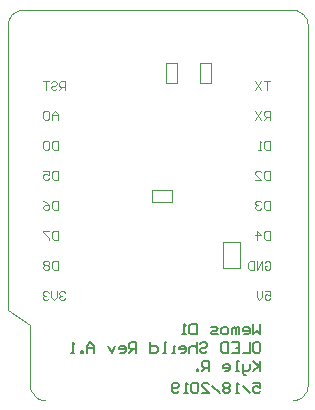
<source format=gbo>
G04*
G04 #@! TF.GenerationSoftware,Altium Limited,Altium Designer,18.1.9 (240)*
G04*
G04 Layer_Color=32896*
%FSLAX25Y25*%
%MOIN*%
G70*
G01*
G75*
%ADD12C,0.00787*%
%ADD14C,0.00446*%
%ADD15C,0.00408*%
%ADD16C,0.00100*%
%ADD17C,0.00394*%
D12*
X462213Y252931D02*
Y249389D01*
X461032Y250570D01*
X459851Y249389D01*
Y252931D01*
X456899Y249389D02*
X458080D01*
X458670Y249979D01*
Y251160D01*
X458080Y251751D01*
X456899D01*
X456309Y251160D01*
Y250570D01*
X458670D01*
X455128Y249389D02*
Y251751D01*
X454538D01*
X453948Y251160D01*
Y249389D01*
Y251160D01*
X453357Y251751D01*
X452767Y251160D01*
Y249389D01*
X450996D02*
X449815D01*
X449225Y249979D01*
Y251160D01*
X449815Y251751D01*
X450996D01*
X451586Y251160D01*
Y249979D01*
X450996Y249389D01*
X448044D02*
X446273D01*
X445682Y249979D01*
X446273Y250570D01*
X447454D01*
X448044Y251160D01*
X447454Y251751D01*
X445682D01*
X440960Y252931D02*
Y249389D01*
X439189D01*
X438598Y249979D01*
Y252341D01*
X439189Y252931D01*
X440960D01*
X437418Y249389D02*
X436237D01*
X436827D01*
Y252931D01*
X437418Y252341D01*
X460441Y246791D02*
X461622D01*
X462213Y246201D01*
Y243839D01*
X461622Y243249D01*
X460441D01*
X459851Y243839D01*
Y246201D01*
X460441Y246791D01*
X458670D02*
Y243249D01*
X456309D01*
X452767Y246791D02*
X455128D01*
Y243249D01*
X452767D01*
X455128Y245020D02*
X453948D01*
X451586Y246791D02*
Y243249D01*
X449815D01*
X449225Y243839D01*
Y246201D01*
X449815Y246791D01*
X451586D01*
X442140Y246201D02*
X442731Y246791D01*
X443911D01*
X444502Y246201D01*
Y245610D01*
X443911Y245020D01*
X442731D01*
X442140Y244429D01*
Y243839D01*
X442731Y243249D01*
X443911D01*
X444502Y243839D01*
X440960Y246791D02*
Y243249D01*
Y245020D01*
X440369Y245610D01*
X439189D01*
X438598Y245020D01*
Y243249D01*
X435646D02*
X436827D01*
X437418Y243839D01*
Y245020D01*
X436827Y245610D01*
X435646D01*
X435056Y245020D01*
Y244429D01*
X437418D01*
X433875Y243249D02*
X432695D01*
X433285D01*
Y245610D01*
X433875D01*
X430924Y243249D02*
X429743D01*
X430333D01*
Y246791D01*
X430924D01*
X425610D02*
Y243249D01*
X427381D01*
X427972Y243839D01*
Y245020D01*
X427381Y245610D01*
X425610D01*
X420887Y243249D02*
Y246791D01*
X419116D01*
X418526Y246201D01*
Y245020D01*
X419116Y244429D01*
X420887D01*
X419707D02*
X418526Y243249D01*
X415574D02*
X416755D01*
X417345Y243839D01*
Y245020D01*
X416755Y245610D01*
X415574D01*
X414984Y245020D01*
Y244429D01*
X417345D01*
X413803Y245610D02*
X412622Y243249D01*
X411442Y245610D01*
X406719Y243249D02*
Y245610D01*
X405538Y246791D01*
X404357Y245610D01*
Y243249D01*
Y245020D01*
X406719D01*
X403177Y243249D02*
Y243839D01*
X402586D01*
Y243249D01*
X403177D01*
X400225D02*
X399044D01*
X399634D01*
Y246791D01*
X400225Y246201D01*
X462213Y240651D02*
Y237108D01*
Y238289D01*
X459851Y240651D01*
X461622Y238880D01*
X459851Y237108D01*
X458670Y239470D02*
Y237699D01*
X458080Y237108D01*
X456309D01*
Y236518D01*
X456899Y235928D01*
X457490D01*
X456309Y237108D02*
Y239470D01*
X455128Y237108D02*
X453948D01*
X454538D01*
Y240651D01*
X455128D01*
X450405Y237108D02*
X451586D01*
X452177Y237699D01*
Y238880D01*
X451586Y239470D01*
X450405D01*
X449815Y238880D01*
Y238289D01*
X452177D01*
X445092Y237108D02*
Y240651D01*
X443321D01*
X442731Y240060D01*
Y238880D01*
X443321Y238289D01*
X445092D01*
X443911D02*
X442731Y237108D01*
X441550D02*
Y237699D01*
X440960D01*
Y237108D01*
X441550D01*
X459851Y233330D02*
X462213D01*
Y231558D01*
X461032Y232149D01*
X460441D01*
X459851Y231558D01*
Y230378D01*
X460441Y229787D01*
X461622D01*
X462213Y230378D01*
X458670Y229787D02*
X456309Y232149D01*
X455128Y229787D02*
X453948D01*
X454538D01*
Y233330D01*
X455128Y232739D01*
X452177D02*
X451586Y233330D01*
X450405D01*
X449815Y232739D01*
Y232149D01*
X450405Y231558D01*
X449815Y230968D01*
Y230378D01*
X450405Y229787D01*
X451586D01*
X452177Y230378D01*
Y230968D01*
X451586Y231558D01*
X452177Y232149D01*
Y232739D01*
X451586Y231558D02*
X450405D01*
X448634Y229787D02*
X446273Y232149D01*
X442731Y229787D02*
X445092D01*
X442731Y232149D01*
Y232739D01*
X443321Y233330D01*
X444502D01*
X445092Y232739D01*
X441550D02*
X440960Y233330D01*
X439779D01*
X439189Y232739D01*
Y230378D01*
X439779Y229787D01*
X440960D01*
X441550Y230378D01*
Y232739D01*
X438008Y229787D02*
X436827D01*
X437418D01*
Y233330D01*
X438008Y232739D01*
X435056Y230378D02*
X434466Y229787D01*
X433285D01*
X432695Y230378D01*
Y232739D01*
X433285Y233330D01*
X434466D01*
X435056Y232739D01*
Y232149D01*
X434466Y231558D01*
X432695D01*
D14*
X394849Y283974D02*
Y281000D01*
X393362D01*
X392866Y281496D01*
Y283478D01*
X393362Y283974D01*
X394849D01*
X391875D02*
X389893D01*
Y283478D01*
X391875Y281496D01*
Y281000D01*
X394849Y293974D02*
Y291000D01*
X393362D01*
X392866Y291496D01*
Y293478D01*
X393362Y293974D01*
X394849D01*
X389893D02*
X390884Y293478D01*
X391875Y292487D01*
Y291496D01*
X391379Y291000D01*
X390388D01*
X389893Y291496D01*
Y291991D01*
X390388Y292487D01*
X391875D01*
X394849Y321000D02*
Y322983D01*
X393858Y323974D01*
X392866Y322983D01*
Y321000D01*
Y322487D01*
X394849D01*
X391875Y323478D02*
X391379Y323974D01*
X390388D01*
X389893Y323478D01*
Y321496D01*
X390388Y321000D01*
X391379D01*
X391875Y321496D01*
Y323478D01*
X394849Y273974D02*
Y271000D01*
X393362D01*
X392866Y271496D01*
Y273478D01*
X393362Y273974D01*
X394849D01*
X391875Y273478D02*
X391379Y273974D01*
X390388D01*
X389893Y273478D01*
Y272983D01*
X390388Y272487D01*
X389893Y271991D01*
Y271496D01*
X390388Y271000D01*
X391379D01*
X391875Y271496D01*
Y271991D01*
X391379Y272487D01*
X391875Y272983D01*
Y273478D01*
X391379Y272487D02*
X390388D01*
X394849Y313974D02*
Y311000D01*
X393362D01*
X392866Y311496D01*
Y313478D01*
X393362Y313974D01*
X394849D01*
X391875Y313478D02*
X391379Y313974D01*
X390388D01*
X389893Y313478D01*
Y311496D01*
X390388Y311000D01*
X391379D01*
X391875Y311496D01*
Y313478D01*
X394849Y303974D02*
Y301000D01*
X393362D01*
X392866Y301496D01*
Y303478D01*
X393362Y303974D01*
X394849D01*
X389893D02*
X391875D01*
Y302487D01*
X390884Y302983D01*
X390388D01*
X389893Y302487D01*
Y301496D01*
X390388Y301000D01*
X391379D01*
X391875Y301496D01*
X465500Y313974D02*
Y311000D01*
X464013D01*
X463517Y311496D01*
Y313478D01*
X464013Y313974D01*
X465500D01*
X462526Y311000D02*
X461535D01*
X462030D01*
Y313974D01*
X462526Y313478D01*
X465500Y283974D02*
Y281000D01*
X464013D01*
X463517Y281496D01*
Y283478D01*
X464013Y283974D01*
X465500D01*
X461039Y281000D02*
Y283974D01*
X462526Y282487D01*
X460543D01*
X465500Y293974D02*
Y291000D01*
X464013D01*
X463517Y291496D01*
Y293478D01*
X464013Y293974D01*
X465500D01*
X462526Y293478D02*
X462030Y293974D01*
X461039D01*
X460543Y293478D01*
Y292983D01*
X461039Y292487D01*
X461535D01*
X461039D01*
X460543Y291991D01*
Y291496D01*
X461039Y291000D01*
X462030D01*
X462526Y291496D01*
X465500Y321000D02*
Y323974D01*
X464013D01*
X463517Y323478D01*
Y322487D01*
X464013Y321991D01*
X465500D01*
X464509D02*
X463517Y321000D01*
X462526Y323974D02*
X460543Y321000D01*
Y323974D02*
X462526Y321000D01*
X465500Y333974D02*
X463517D01*
X464509D01*
Y331000D01*
X462526Y333974D02*
X460543Y331000D01*
Y333974D02*
X462526Y331000D01*
X465500Y303974D02*
Y301000D01*
X464013D01*
X463517Y301496D01*
Y303478D01*
X464013Y303974D01*
X465500D01*
X460543Y301000D02*
X462526D01*
X460543Y302983D01*
Y303478D01*
X461039Y303974D01*
X462030D01*
X462526Y303478D01*
D15*
X397067Y331000D02*
Y333719D01*
X395707D01*
X395254Y333266D01*
Y332360D01*
X395707Y331906D01*
X397067D01*
X396161D02*
X395254Y331000D01*
X392535Y333266D02*
X392988Y333719D01*
X393895D01*
X394348Y333266D01*
Y332813D01*
X393895Y332360D01*
X392988D01*
X392535Y331906D01*
Y331453D01*
X392988Y331000D01*
X393895D01*
X394348Y331453D01*
X391629Y333719D02*
X389816D01*
X390722D01*
Y331000D01*
X397067Y263266D02*
X396614Y263719D01*
X395707D01*
X395254Y263266D01*
Y262813D01*
X395707Y262360D01*
X396161D01*
X395707D01*
X395254Y261906D01*
Y261453D01*
X395707Y261000D01*
X396614D01*
X397067Y261453D01*
X394348Y263719D02*
Y261906D01*
X393442Y261000D01*
X392535Y261906D01*
Y263719D01*
X391629Y263266D02*
X391176Y263719D01*
X390269D01*
X389816Y263266D01*
Y262813D01*
X390269Y262360D01*
X390722D01*
X390269D01*
X389816Y261906D01*
Y261453D01*
X390269Y261000D01*
X391176D01*
X391629Y261453D01*
X463687Y263719D02*
X465500D01*
Y262360D01*
X464594Y262813D01*
X464140D01*
X463687Y262360D01*
Y261453D01*
X464140Y261000D01*
X465047D01*
X465500Y261453D01*
X462781Y263719D02*
Y261906D01*
X461874Y261000D01*
X460968Y261906D01*
Y263719D01*
X463687Y273266D02*
X464140Y273719D01*
X465047D01*
X465500Y273266D01*
Y271453D01*
X465047Y271000D01*
X464140D01*
X463687Y271453D01*
Y272360D01*
X464594D01*
X462781Y271000D02*
Y273719D01*
X460968Y271000D01*
Y273719D01*
X460062D02*
Y271000D01*
X458702D01*
X458249Y271453D01*
Y273266D01*
X458702Y273719D01*
X460062D01*
D16*
X383000Y357500D02*
X382025Y357404D01*
X381087Y357119D01*
X380222Y356657D01*
X379465Y356035D01*
X378843Y355278D01*
X378381Y354413D01*
X378096Y353475D01*
X378000Y352500D01*
X478000D02*
X477904Y353475D01*
X477619Y354413D01*
X477157Y355278D01*
X476536Y356035D01*
X475778Y356657D01*
X474913Y357119D01*
X473976Y357404D01*
X473000Y357500D01*
Y227500D02*
X473976Y227596D01*
X474913Y227881D01*
X475778Y228343D01*
X476536Y228964D01*
X477157Y229722D01*
X477619Y230587D01*
X477904Y231524D01*
X478000Y232500D01*
X385500D02*
X385596Y231524D01*
X385881Y230587D01*
X386343Y229722D01*
X386965Y228964D01*
X387722Y228343D01*
X388587Y227881D01*
X389525Y227596D01*
X390500Y227500D01*
X478000Y232500D02*
Y352500D01*
X378000Y257500D02*
Y352500D01*
X382874Y357500D02*
X472874D01*
X378000Y257500D02*
X385500Y252500D01*
Y232500D02*
Y252500D01*
D17*
X426029Y293630D02*
X432722D01*
X426029Y297370D02*
X432722D01*
Y293630D02*
Y297370D01*
X426029Y293630D02*
Y297370D01*
X449646Y280331D02*
X455354D01*
X449646Y271669D02*
X455354D01*
Y280331D01*
X449646Y271669D02*
Y280331D01*
X445870Y333154D02*
Y339846D01*
X442130Y333154D02*
Y339846D01*
X445870D01*
X442130Y333154D02*
X445870D01*
X434370Y333197D02*
Y339890D01*
X430630Y333197D02*
Y339890D01*
X434370D01*
X430630Y333197D02*
X434370D01*
M02*

</source>
